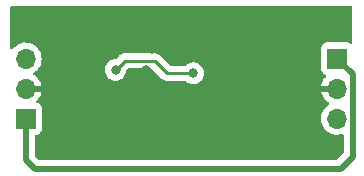
<source format=gbl>
G04 #@! TF.GenerationSoftware,KiCad,Pcbnew,(6.0.4)*
G04 #@! TF.CreationDate,2022-05-06T11:38:26-05:00*
G04 #@! TF.ProjectId,12v_buck_converter,3132765f-6275-4636-9b5f-636f6e766572,rev?*
G04 #@! TF.SameCoordinates,Original*
G04 #@! TF.FileFunction,Copper,L2,Bot*
G04 #@! TF.FilePolarity,Positive*
%FSLAX46Y46*%
G04 Gerber Fmt 4.6, Leading zero omitted, Abs format (unit mm)*
G04 Created by KiCad (PCBNEW (6.0.4)) date 2022-05-06 11:38:26*
%MOMM*%
%LPD*%
G01*
G04 APERTURE LIST*
G04 #@! TA.AperFunction,ComponentPad*
%ADD10R,1.700000X1.700000*%
G04 #@! TD*
G04 #@! TA.AperFunction,ComponentPad*
%ADD11O,1.700000X1.700000*%
G04 #@! TD*
G04 #@! TA.AperFunction,ViaPad*
%ADD12C,0.800000*%
G04 #@! TD*
G04 #@! TA.AperFunction,Conductor*
%ADD13C,0.500000*%
G04 #@! TD*
G04 #@! TA.AperFunction,Conductor*
%ADD14C,0.250000*%
G04 #@! TD*
G04 APERTURE END LIST*
D10*
X78184000Y-104960000D03*
D11*
X78184000Y-107500000D03*
X78184000Y-110040000D03*
D10*
X51816000Y-110040000D03*
D11*
X51816000Y-107500000D03*
X51816000Y-104960000D03*
D12*
X61976000Y-109728000D03*
X62484000Y-104140000D03*
X57912000Y-109220000D03*
X61976000Y-108458000D03*
X54610000Y-112776000D03*
X61976000Y-107188000D03*
X70866000Y-103632000D03*
X61976000Y-110998000D03*
X58420000Y-103632000D03*
X61976000Y-105918000D03*
X61976000Y-112268000D03*
X59436000Y-105918000D03*
X66012177Y-106199823D03*
D13*
X79502000Y-106278000D02*
X78184000Y-104960000D01*
X51816000Y-113538000D02*
X52578000Y-114300000D01*
X52578000Y-114300000D02*
X78486000Y-114300000D01*
X51816000Y-110040000D02*
X51816000Y-113538000D01*
X78486000Y-114300000D02*
X79502000Y-113284000D01*
X79502000Y-113284000D02*
X79502000Y-106278000D01*
D14*
X60198000Y-105156000D02*
X62738000Y-105156000D01*
X62738000Y-105156000D02*
X63781823Y-106199823D01*
X59436000Y-105918000D02*
X60198000Y-105156000D01*
X63781823Y-106199823D02*
X66012177Y-106199823D01*
G04 #@! TA.AperFunction,Conductor*
G36*
X79433621Y-100528502D02*
G01*
X79480114Y-100582158D01*
X79491500Y-100634500D01*
X79491500Y-103565477D01*
X79471498Y-103633598D01*
X79417842Y-103680091D01*
X79347568Y-103690195D01*
X79295921Y-103668784D01*
X79295760Y-103669079D01*
X79293041Y-103667590D01*
X79289935Y-103666303D01*
X79280705Y-103659385D01*
X79144316Y-103608255D01*
X79082134Y-103601500D01*
X77285866Y-103601500D01*
X77223684Y-103608255D01*
X77087295Y-103659385D01*
X76970739Y-103746739D01*
X76883385Y-103863295D01*
X76832255Y-103999684D01*
X76825500Y-104061866D01*
X76825500Y-105858134D01*
X76832255Y-105920316D01*
X76883385Y-106056705D01*
X76970739Y-106173261D01*
X77087295Y-106260615D01*
X77095704Y-106263767D01*
X77095705Y-106263768D01*
X77204960Y-106304726D01*
X77261725Y-106347367D01*
X77286425Y-106413929D01*
X77271218Y-106483278D01*
X77251825Y-106509759D01*
X77128590Y-106638717D01*
X77122104Y-106646727D01*
X77002098Y-106822649D01*
X76997000Y-106831623D01*
X76907338Y-107024783D01*
X76903775Y-107034470D01*
X76848389Y-107234183D01*
X76849912Y-107242607D01*
X76862292Y-107246000D01*
X78312000Y-107246000D01*
X78380121Y-107266002D01*
X78426614Y-107319658D01*
X78438000Y-107372000D01*
X78438000Y-107628000D01*
X78417998Y-107696121D01*
X78364342Y-107742614D01*
X78312000Y-107754000D01*
X76867225Y-107754000D01*
X76853694Y-107757973D01*
X76852257Y-107767966D01*
X76882565Y-107902446D01*
X76885645Y-107912275D01*
X76965770Y-108109603D01*
X76970413Y-108118794D01*
X77081694Y-108300388D01*
X77087777Y-108308699D01*
X77227213Y-108469667D01*
X77234580Y-108476883D01*
X77398434Y-108612916D01*
X77406881Y-108618831D01*
X77475969Y-108659203D01*
X77524693Y-108710842D01*
X77537764Y-108780625D01*
X77511033Y-108846396D01*
X77470584Y-108879752D01*
X77457607Y-108886507D01*
X77453474Y-108889610D01*
X77453471Y-108889612D01*
X77357511Y-108961661D01*
X77278965Y-109020635D01*
X77124629Y-109182138D01*
X76998743Y-109366680D01*
X76904688Y-109569305D01*
X76844989Y-109784570D01*
X76821251Y-110006695D01*
X76834110Y-110229715D01*
X76835247Y-110234761D01*
X76835248Y-110234767D01*
X76859304Y-110341508D01*
X76883222Y-110447639D01*
X76967266Y-110654616D01*
X77083987Y-110845088D01*
X77230250Y-111013938D01*
X77402126Y-111156632D01*
X77595000Y-111269338D01*
X77803692Y-111349030D01*
X77808760Y-111350061D01*
X77808763Y-111350062D01*
X77916003Y-111371880D01*
X78022597Y-111393567D01*
X78027772Y-111393757D01*
X78027774Y-111393757D01*
X78240673Y-111401564D01*
X78240677Y-111401564D01*
X78245837Y-111401753D01*
X78250957Y-111401097D01*
X78250959Y-111401097D01*
X78462288Y-111374025D01*
X78462289Y-111374025D01*
X78467416Y-111373368D01*
X78472373Y-111371881D01*
X78472377Y-111371880D01*
X78581292Y-111339204D01*
X78652287Y-111338786D01*
X78712238Y-111376819D01*
X78742110Y-111441225D01*
X78743500Y-111459889D01*
X78743500Y-112917629D01*
X78723498Y-112985750D01*
X78706595Y-113006724D01*
X78208724Y-113504595D01*
X78146412Y-113538621D01*
X78119629Y-113541500D01*
X52944371Y-113541500D01*
X52876250Y-113521498D01*
X52855276Y-113504595D01*
X52611405Y-113260724D01*
X52577379Y-113198412D01*
X52574500Y-113171629D01*
X52574500Y-111524500D01*
X52594502Y-111456379D01*
X52648158Y-111409886D01*
X52700500Y-111398500D01*
X52714134Y-111398500D01*
X52776316Y-111391745D01*
X52912705Y-111340615D01*
X53029261Y-111253261D01*
X53116615Y-111136705D01*
X53167745Y-111000316D01*
X53174500Y-110938134D01*
X53174500Y-109141866D01*
X53167745Y-109079684D01*
X53116615Y-108943295D01*
X53029261Y-108826739D01*
X52912705Y-108739385D01*
X52793687Y-108694767D01*
X52736923Y-108652125D01*
X52712223Y-108585564D01*
X52727430Y-108516215D01*
X52748977Y-108487535D01*
X52850052Y-108386812D01*
X52856730Y-108378965D01*
X52981003Y-108206020D01*
X52986313Y-108197183D01*
X53080670Y-108006267D01*
X53084469Y-107996672D01*
X53146377Y-107792910D01*
X53148555Y-107782837D01*
X53149986Y-107771962D01*
X53147775Y-107757778D01*
X53134617Y-107754000D01*
X51688000Y-107754000D01*
X51619879Y-107733998D01*
X51573386Y-107680342D01*
X51562000Y-107628000D01*
X51562000Y-107372000D01*
X51582002Y-107303879D01*
X51635658Y-107257386D01*
X51688000Y-107246000D01*
X53134344Y-107246000D01*
X53147875Y-107242027D01*
X53149180Y-107232947D01*
X53107214Y-107065875D01*
X53103894Y-107056124D01*
X53018972Y-106860814D01*
X53014105Y-106851739D01*
X52898426Y-106672926D01*
X52892136Y-106664757D01*
X52748806Y-106507240D01*
X52741273Y-106500215D01*
X52574139Y-106368222D01*
X52565556Y-106362520D01*
X52528602Y-106342120D01*
X52478631Y-106291687D01*
X52463859Y-106222245D01*
X52488975Y-106155839D01*
X52516327Y-106129232D01*
X52555395Y-106101365D01*
X52695860Y-106001173D01*
X52779324Y-105918000D01*
X58522496Y-105918000D01*
X58523186Y-105924565D01*
X58537830Y-106063891D01*
X58542458Y-106107928D01*
X58601473Y-106289556D01*
X58696960Y-106454944D01*
X58701378Y-106459851D01*
X58701379Y-106459852D01*
X58796139Y-106565094D01*
X58824747Y-106596866D01*
X58918191Y-106664757D01*
X58947622Y-106686140D01*
X58979248Y-106709118D01*
X58985276Y-106711802D01*
X58985278Y-106711803D01*
X59147681Y-106784109D01*
X59153712Y-106786794D01*
X59239176Y-106804960D01*
X59334056Y-106825128D01*
X59334061Y-106825128D01*
X59340513Y-106826500D01*
X59531487Y-106826500D01*
X59537939Y-106825128D01*
X59537944Y-106825128D01*
X59632824Y-106804960D01*
X59718288Y-106786794D01*
X59724319Y-106784109D01*
X59886722Y-106711803D01*
X59886724Y-106711802D01*
X59892752Y-106709118D01*
X59924379Y-106686140D01*
X59953809Y-106664757D01*
X60047253Y-106596866D01*
X60075861Y-106565094D01*
X60170621Y-106459852D01*
X60170622Y-106459851D01*
X60175040Y-106454944D01*
X60270527Y-106289556D01*
X60329542Y-106107928D01*
X60334171Y-106063891D01*
X60346907Y-105942708D01*
X60373920Y-105877051D01*
X60383123Y-105866781D01*
X60423502Y-105826403D01*
X60485814Y-105792379D01*
X60512596Y-105789500D01*
X62423406Y-105789500D01*
X62491527Y-105809502D01*
X62512501Y-105826405D01*
X63278166Y-106592070D01*
X63285710Y-106600360D01*
X63289823Y-106606841D01*
X63295600Y-106612266D01*
X63339490Y-106653481D01*
X63342332Y-106656236D01*
X63362054Y-106675958D01*
X63365178Y-106678381D01*
X63365182Y-106678385D01*
X63365247Y-106678435D01*
X63374268Y-106686140D01*
X63406502Y-106716409D01*
X63413450Y-106720228D01*
X63413452Y-106720230D01*
X63424255Y-106726169D01*
X63440782Y-106737025D01*
X63450521Y-106744580D01*
X63450523Y-106744581D01*
X63456783Y-106749437D01*
X63497363Y-106766997D01*
X63508011Y-106772214D01*
X63537028Y-106788166D01*
X63546763Y-106793518D01*
X63554439Y-106795489D01*
X63554442Y-106795490D01*
X63566385Y-106798556D01*
X63585090Y-106804960D01*
X63603678Y-106813004D01*
X63611501Y-106814243D01*
X63611511Y-106814246D01*
X63647347Y-106819922D01*
X63658967Y-106822328D01*
X63694112Y-106831351D01*
X63701793Y-106833323D01*
X63722047Y-106833323D01*
X63741757Y-106834874D01*
X63761766Y-106838043D01*
X63769658Y-106837297D01*
X63805784Y-106833882D01*
X63817642Y-106833323D01*
X65303977Y-106833323D01*
X65372098Y-106853325D01*
X65391324Y-106869666D01*
X65391597Y-106869363D01*
X65396509Y-106873786D01*
X65400924Y-106878689D01*
X65555425Y-106990941D01*
X65561453Y-106993625D01*
X65561455Y-106993626D01*
X65653193Y-107034470D01*
X65729889Y-107068617D01*
X65823290Y-107088470D01*
X65910233Y-107106951D01*
X65910238Y-107106951D01*
X65916690Y-107108323D01*
X66107664Y-107108323D01*
X66114116Y-107106951D01*
X66114121Y-107106951D01*
X66201065Y-107088470D01*
X66294465Y-107068617D01*
X66371161Y-107034470D01*
X66462899Y-106993626D01*
X66462901Y-106993625D01*
X66468929Y-106990941D01*
X66623430Y-106878689D01*
X66660028Y-106838043D01*
X66746798Y-106741675D01*
X66746799Y-106741674D01*
X66751217Y-106736767D01*
X66826230Y-106606841D01*
X66843400Y-106577102D01*
X66843401Y-106577101D01*
X66846704Y-106571379D01*
X66905719Y-106389751D01*
X66925681Y-106199823D01*
X66905719Y-106009895D01*
X66846704Y-105828267D01*
X66751217Y-105662879D01*
X66623430Y-105520957D01*
X66468929Y-105408705D01*
X66462901Y-105406021D01*
X66462899Y-105406020D01*
X66300496Y-105333714D01*
X66300495Y-105333714D01*
X66294465Y-105331029D01*
X66201065Y-105311176D01*
X66114121Y-105292695D01*
X66114116Y-105292695D01*
X66107664Y-105291323D01*
X65916690Y-105291323D01*
X65910238Y-105292695D01*
X65910233Y-105292695D01*
X65823290Y-105311176D01*
X65729889Y-105331029D01*
X65723859Y-105333714D01*
X65723858Y-105333714D01*
X65561455Y-105406020D01*
X65561453Y-105406021D01*
X65555425Y-105408705D01*
X65400924Y-105520957D01*
X65396509Y-105525860D01*
X65391597Y-105530283D01*
X65390472Y-105529034D01*
X65337163Y-105561874D01*
X65303977Y-105566323D01*
X64096418Y-105566323D01*
X64028297Y-105546321D01*
X64007322Y-105529418D01*
X63241647Y-104763742D01*
X63234113Y-104755463D01*
X63230000Y-104748982D01*
X63180348Y-104702356D01*
X63177507Y-104699602D01*
X63157770Y-104679865D01*
X63154573Y-104677385D01*
X63145551Y-104669680D01*
X63132122Y-104657069D01*
X63113321Y-104639414D01*
X63106375Y-104635595D01*
X63106372Y-104635593D01*
X63095566Y-104629652D01*
X63079047Y-104618801D01*
X63078583Y-104618441D01*
X63063041Y-104606386D01*
X63055772Y-104603241D01*
X63055768Y-104603238D01*
X63022463Y-104588826D01*
X63011813Y-104583609D01*
X62973060Y-104562305D01*
X62953437Y-104557267D01*
X62934734Y-104550863D01*
X62923420Y-104545967D01*
X62923419Y-104545967D01*
X62916145Y-104542819D01*
X62908322Y-104541580D01*
X62908312Y-104541577D01*
X62872476Y-104535901D01*
X62860856Y-104533495D01*
X62825711Y-104524472D01*
X62825710Y-104524472D01*
X62818030Y-104522500D01*
X62797776Y-104522500D01*
X62778065Y-104520949D01*
X62765886Y-104519020D01*
X62758057Y-104517780D01*
X62728786Y-104520547D01*
X62714039Y-104521941D01*
X62702181Y-104522500D01*
X60276768Y-104522500D01*
X60265585Y-104521973D01*
X60258092Y-104520298D01*
X60250166Y-104520547D01*
X60250165Y-104520547D01*
X60190002Y-104522438D01*
X60186044Y-104522500D01*
X60158144Y-104522500D01*
X60154154Y-104523004D01*
X60142320Y-104523936D01*
X60098111Y-104525326D01*
X60090497Y-104527538D01*
X60090492Y-104527539D01*
X60078659Y-104530977D01*
X60059296Y-104534988D01*
X60039203Y-104537526D01*
X60031836Y-104540443D01*
X60031831Y-104540444D01*
X59998092Y-104553802D01*
X59986865Y-104557646D01*
X59944407Y-104569982D01*
X59937581Y-104574019D01*
X59926972Y-104580293D01*
X59909224Y-104588988D01*
X59890383Y-104596448D01*
X59883967Y-104601110D01*
X59883966Y-104601110D01*
X59854613Y-104622436D01*
X59844693Y-104628952D01*
X59813465Y-104647420D01*
X59813462Y-104647422D01*
X59806638Y-104651458D01*
X59792317Y-104665779D01*
X59777284Y-104678619D01*
X59760893Y-104690528D01*
X59755840Y-104696636D01*
X59732708Y-104724598D01*
X59724718Y-104733378D01*
X59485501Y-104972595D01*
X59423189Y-105006621D01*
X59396406Y-105009500D01*
X59340513Y-105009500D01*
X59334061Y-105010872D01*
X59334056Y-105010872D01*
X59260111Y-105026590D01*
X59153712Y-105049206D01*
X59147682Y-105051891D01*
X59147681Y-105051891D01*
X58985278Y-105124197D01*
X58985276Y-105124198D01*
X58979248Y-105126882D01*
X58824747Y-105239134D01*
X58820326Y-105244044D01*
X58820325Y-105244045D01*
X58776521Y-105292695D01*
X58696960Y-105381056D01*
X58693659Y-105386774D01*
X58610804Y-105530283D01*
X58601473Y-105546444D01*
X58542458Y-105728072D01*
X58541768Y-105734633D01*
X58541768Y-105734635D01*
X58538237Y-105768235D01*
X58522496Y-105918000D01*
X52779324Y-105918000D01*
X52854096Y-105843489D01*
X52866374Y-105826403D01*
X52981435Y-105666277D01*
X52984453Y-105662077D01*
X53031778Y-105566323D01*
X53081136Y-105466453D01*
X53081137Y-105466451D01*
X53083430Y-105461811D01*
X53148370Y-105248069D01*
X53177529Y-105026590D01*
X53179156Y-104960000D01*
X53160852Y-104737361D01*
X53106431Y-104520702D01*
X53017354Y-104315840D01*
X52896014Y-104128277D01*
X52745670Y-103963051D01*
X52741619Y-103959852D01*
X52741615Y-103959848D01*
X52574414Y-103827800D01*
X52574410Y-103827798D01*
X52570359Y-103824598D01*
X52374789Y-103716638D01*
X52369920Y-103714914D01*
X52369916Y-103714912D01*
X52169087Y-103643795D01*
X52169083Y-103643794D01*
X52164212Y-103642069D01*
X52159119Y-103641162D01*
X52159116Y-103641161D01*
X51949373Y-103603800D01*
X51949367Y-103603799D01*
X51944284Y-103602894D01*
X51870452Y-103601992D01*
X51726081Y-103600228D01*
X51726079Y-103600228D01*
X51720911Y-103600165D01*
X51500091Y-103633955D01*
X51287756Y-103703357D01*
X51089607Y-103806507D01*
X51085474Y-103809610D01*
X51085471Y-103809612D01*
X50989511Y-103881661D01*
X50910965Y-103940635D01*
X50756629Y-104102138D01*
X50753715Y-104106410D01*
X50753714Y-104106411D01*
X50738588Y-104128585D01*
X50683677Y-104173588D01*
X50613152Y-104181759D01*
X50549405Y-104150505D01*
X50512675Y-104089748D01*
X50508500Y-104057581D01*
X50508500Y-100634500D01*
X50528502Y-100566379D01*
X50582158Y-100519886D01*
X50634500Y-100508500D01*
X79365500Y-100508500D01*
X79433621Y-100528502D01*
G37*
G04 #@! TD.AperFunction*
M02*

</source>
